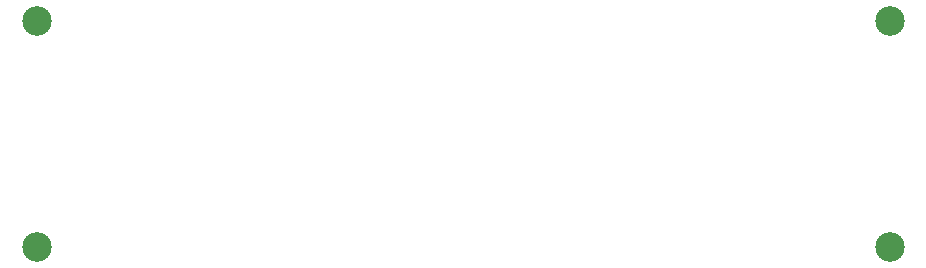
<source format=gbs>
G04 #@! TF.GenerationSoftware,KiCad,Pcbnew,8.0.8*
G04 #@! TF.CreationDate,2025-10-05T08:52:29-04:00*
G04 #@! TF.ProjectId,project-hw-2-18650,70726f6a-6563-4742-9d68-772d322d3138,rev?*
G04 #@! TF.SameCoordinates,Original*
G04 #@! TF.FileFunction,Soldermask,Bot*
G04 #@! TF.FilePolarity,Negative*
%FSLAX46Y46*%
G04 Gerber Fmt 4.6, Leading zero omitted, Abs format (unit mm)*
G04 Created by KiCad (PCBNEW 8.0.8) date 2025-10-05 08:52:29*
%MOMM*%
%LPD*%
G01*
G04 APERTURE LIST*
%ADD10C,2.500000*%
G04 APERTURE END LIST*
D10*
X39890000Y-28450000D03*
X112110000Y-28450000D03*
X39890000Y-47550000D03*
X112110000Y-47550000D03*
M02*

</source>
